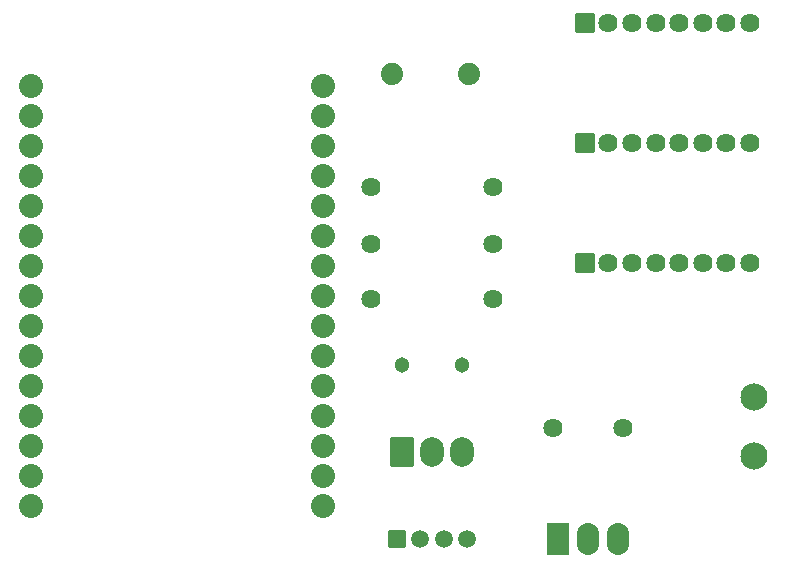
<source format=gbs>
G04 Layer: BottomSolderMaskLayer*
G04 EasyEDA v6.5.37, 2024-05-09 17:42:45*
G04 b4389e9f867d4d858d6c44b43acf2c5f,de6e78b871f74d9a82e93d7738eb9b3f,10*
G04 Gerber Generator version 0.2*
G04 Scale: 100 percent, Rotated: No, Reflected: No *
G04 Dimensions in millimeters *
G04 leading zeros omitted , absolute positions ,4 integer and 5 decimal *
%FSLAX45Y45*%
%MOMM*%

%AMMACRO1*1,1,$1,$2,$3*1,1,$1,$4,$5*1,1,$1,0-$2,0-$3*1,1,$1,0-$4,0-$5*20,1,$1,$2,$3,$4,$5,0*20,1,$1,$4,$5,0-$2,0-$3,0*20,1,$1,0-$2,0-$3,0-$4,0-$5,0*20,1,$1,0-$4,0-$5,$2,$3,0*4,1,4,$2,$3,$4,$5,0-$2,0-$3,0-$4,0-$5,$2,$3,0*%
%ADD10C,2.0320*%
%ADD11C,2.3016*%
%ADD12O,1.9015964X2.7015948*%
%ADD13MACRO1,0.1016X-0.9X1.3X0.9X1.3*%
%ADD14C,1.8796*%
%ADD15C,1.3016*%
%ADD16C,1.6256*%
%ADD17MACRO1,0.1016X-0.7X0.7X0.7X0.7*%
%ADD18C,1.5016*%
%ADD19MACRO1,0.1016X-0.762X0.762X0.762X0.762*%
%ADD20O,2.0000214X2.5000204000000004*%
%ADD21MACRO1,0.1X-0.95X1.2X0.95X1.2*%

%LPD*%
D10*
G01*
X1073607Y9602825D03*
G01*
X1073607Y9348825D03*
G01*
X1073607Y9094825D03*
G01*
X1073607Y8840825D03*
G01*
X1073607Y8586825D03*
G01*
X1073607Y8332825D03*
G01*
X1073607Y8078825D03*
G01*
X1073607Y7824825D03*
G01*
X1073607Y7570825D03*
G01*
X1073607Y7316825D03*
G01*
X1073607Y7062825D03*
G01*
X1073607Y6808825D03*
G01*
X1073607Y6554825D03*
G01*
X1073607Y6300825D03*
G01*
X1073607Y6046825D03*
G01*
X3550615Y6046825D03*
G01*
X3550615Y6300825D03*
G01*
X3550615Y6554825D03*
G01*
X3550615Y6808825D03*
G01*
X3550615Y7062825D03*
G01*
X3550615Y7316825D03*
G01*
X3550615Y7570825D03*
G01*
X3550615Y7824825D03*
G01*
X3550615Y8078825D03*
G01*
X3550615Y8332825D03*
G01*
X3550615Y8586825D03*
G01*
X3550615Y8840825D03*
G01*
X3550615Y9094825D03*
G01*
X3550615Y9348825D03*
G01*
X3550615Y9602825D03*
D11*
G01*
X7200900Y6468287D03*
G01*
X7200900Y6968286D03*
D12*
G01*
X5791200Y5766282D03*
G01*
X6045225Y5765292D03*
D13*
G01*
X5537187Y5766295D03*
D14*
G01*
X4132579Y9702800D03*
G01*
X4782820Y9702800D03*
D15*
G01*
X4216400Y7239000D03*
G01*
X4724400Y7239000D03*
D16*
G01*
X5491200Y6705600D03*
G01*
X6091199Y6705600D03*
D17*
G01*
X4170400Y5765800D03*
D18*
G01*
X4370400Y5765800D03*
G01*
X4570399Y5765800D03*
G01*
X4770399Y5765800D03*
D16*
G01*
X7164298Y10134600D03*
G01*
X6964299Y10134600D03*
G01*
X6764299Y10134600D03*
G01*
X6564299Y10134600D03*
G01*
X6364300Y10134600D03*
G01*
X6164300Y10134600D03*
G01*
X5964300Y10134600D03*
D19*
G01*
X5764301Y10134600D03*
D16*
G01*
X7164298Y9118600D03*
G01*
X6964299Y9118600D03*
G01*
X6764299Y9118600D03*
G01*
X6564299Y9118600D03*
G01*
X6364300Y9118600D03*
G01*
X6164300Y9118600D03*
G01*
X5964300Y9118600D03*
D19*
G01*
X5764301Y9118600D03*
D16*
G01*
X7164298Y8102600D03*
G01*
X6964299Y8102600D03*
G01*
X6764299Y8102600D03*
G01*
X6564299Y8102600D03*
G01*
X6364300Y8102600D03*
G01*
X6164300Y8102600D03*
G01*
X5964300Y8102600D03*
D19*
G01*
X5764301Y8102600D03*
D16*
G01*
X3955389Y8750300D03*
G01*
X4985410Y8750300D03*
G01*
X3955389Y8267700D03*
G01*
X4985410Y8267700D03*
G01*
X3955389Y7797800D03*
G01*
X4985410Y7797800D03*
D20*
G01*
X4470400Y6502374D03*
G01*
X4724400Y6502374D03*
D21*
G01*
X4216400Y6502400D03*
M02*

</source>
